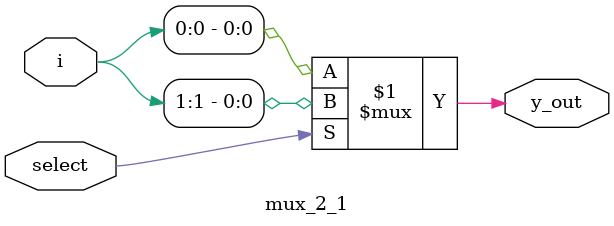
<source format=v>
`timescale 1ns / 1ps

module mux_2_1(
    input [1:0] i,
    input select,
    output y_out    
    );
    assign y_out= select ? i[1] : i[0];
endmodule
</source>
